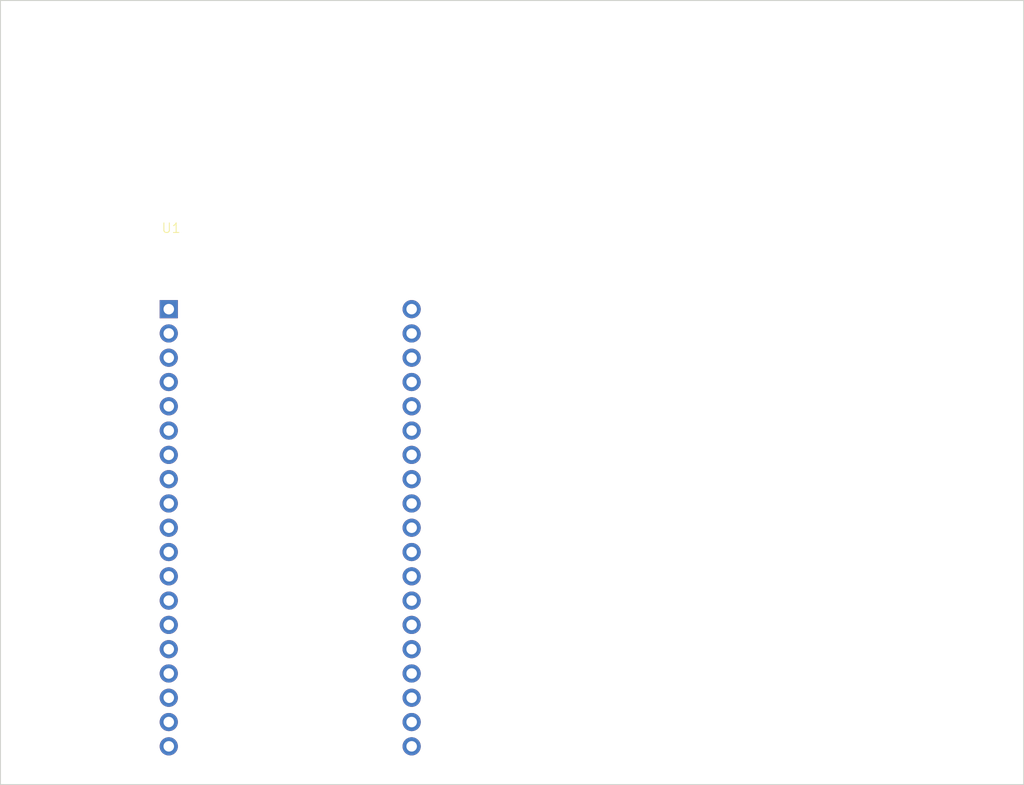
<source format=kicad_pcb>
(kicad_pcb (version 20221018) (generator pcbnew)
  (layers (0 "F.Cu" signal) (31 "B.Cu" signal) (34 "B.Paste" user) (35 "F.Paste" user) (36 "B.SilkS" user "B.Silkscreen") (37 "F.SilkS" user "F.Silkscreen") (38 "B.Mask" user) (39 "F.Mask" user) (44 "Edge.Cuts" user))
  (net 0 "")
  (footprint "taggsystem_library:ESP32-DEVKITC32E" (layer "F.Cu") (at 144.6 76.28)
    (fp_text reference "U1" (at 0.249622 -8.477414 unlocked) (layer "F.SilkS") (effects (font (thickness 0.1))))
    (fp_text value "ESP32-DevKitC-32E")
    (pad "1A" thru_hole rect (at 0 0) (size 1.9 1.9) (drill 1.1) (layers "*.Cu" "*.Mask"))
    (pad "1B" thru_hole circle (at 25.4 0) (size 1.9 1.9) (drill 1.1) (layers "*.Cu" "*.Mask"))
    (pad "2A" thru_hole circle (at 0 2.54) (size 1.9 1.9) (drill 1.1) (layers "*.Cu" "*.Mask"))
    (pad "2B" thru_hole circle (at 25.4 2.54) (size 1.9 1.9) (drill 1.1) (layers "*.Cu" "*.Mask"))
    (pad "3A" thru_hole circle (at 0 5.08) (size 1.9 1.9) (drill 1.1) (layers "*.Cu" "*.Mask"))
    (pad "3B" thru_hole circle (at 25.4 5.08) (size 1.9 1.9) (drill 1.1) (layers "*.Cu" "*.Mask"))
    (pad "4A" thru_hole circle (at 0 7.62) (size 1.9 1.9) (drill 1.1) (layers "*.Cu" "*.Mask"))
    (pad "4B" thru_hole circle (at 25.4 7.62) (size 1.9 1.9) (drill 1.1) (layers "*.Cu" "*.Mask"))
    (pad "5A" thru_hole circle (at 0 10.16) (size 1.9 1.9) (drill 1.1) (layers "*.Cu" "*.Mask"))
    (pad "5B" thru_hole circle (at 25.4 10.16) (size 1.9 1.9) (drill 1.1) (layers "*.Cu" "*.Mask"))
    (pad "6A" thru_hole circle (at 0 12.7) (size 1.9 1.9) (drill 1.1) (layers "*.Cu" "*.Mask"))
    (pad "6B" thru_hole circle (at 25.4 12.7) (size 1.9 1.9) (drill 1.1) (layers "*.Cu" "*.Mask"))
    (pad "7A" thru_hole circle (at 0 15.24) (size 1.9 1.9) (drill 1.1) (layers "*.Cu" "*.Mask"))
    (pad "7B" thru_hole circle (at 25.4 15.24) (size 1.9 1.9) (drill 1.1) (layers "*.Cu" "*.Mask"))
    (pad "8A" thru_hole circle (at 0 17.78) (size 1.9 1.9) (drill 1.1) (layers "*.Cu" "*.Mask"))
    (pad "8B" thru_hole circle (at 25.4 17.78) (size 1.9 1.9) (drill 1.1) (layers "*.Cu" "*.Mask"))
    (pad "9A" thru_hole circle (at 0 20.32) (size 1.9 1.9) (drill 1.1) (layers "*.Cu" "*.Mask"))
    (pad "9B" thru_hole circle (at 25.4 20.32) (size 1.9 1.9) (drill 1.1) (layers "*.Cu" "*.Mask"))
    (pad "10A" thru_hole circle (at 0 22.86) (size 1.9 1.9) (drill 1.1) (layers "*.Cu" "*.Mask"))
    (pad "10B" thru_hole circle (at 25.4 22.86) (size 1.9 1.9) (drill 1.1) (layers "*.Cu" "*.Mask"))
    (pad "11A" thru_hole circle (at 0 25.4) (size 1.9 1.9) (drill 1.1) (layers "*.Cu" "*.Mask"))
    (pad "11B" thru_hole circle (at 25.4 25.4) (size 1.9 1.9) (drill 1.1) (layers "*.Cu" "*.Mask"))
    (pad "12A" thru_hole circle (at 0 27.94) (size 1.9 1.9) (drill 1.1) (layers "*.Cu" "*.Mask"))
    (pad "12B" thru_hole circle (at 25.4 27.94) (size 1.9 1.9) (drill 1.1) (layers "*.Cu" "*.Mask"))
    (pad "13A" thru_hole circle (at 0 30.48) (size 1.9 1.9) (drill 1.1) (layers "*.Cu" "*.Mask"))
    (pad "13B" thru_hole circle (at 25.4 30.48) (size 1.9 1.9) (drill 1.1) (layers "*.Cu" "*.Mask"))
    (pad "14A" thru_hole circle (at 0 33.02) (size 1.9 1.9) (drill 1.1) (layers "*.Cu" "*.Mask"))
    (pad "14B" thru_hole circle (at 25.4 33.02) (size 1.9 1.9) (drill 1.1) (layers "*.Cu" "*.Mask"))
    (pad "15A" thru_hole circle (at 0 35.56) (size 1.9 1.9) (drill 1.1) (layers "*.Cu" "*.Mask"))
    (pad "15B" thru_hole circle (at 25.4 35.56) (size 1.9 1.9) (drill 1.1) (layers "*.Cu" "*.Mask"))
    (pad "16A" thru_hole circle (at 0 38.1) (size 1.9 1.9) (drill 1.1) (layers "*.Cu" "*.Mask"))
    (pad "16B" thru_hole circle (at 25.4 38.1) (size 1.9 1.9) (drill 1.1) (layers "*.Cu" "*.Mask"))
    (pad "17A" thru_hole circle (at 0 40.64) (size 1.9 1.9) (drill 1.1) (layers "*.Cu" "*.Mask"))
    (pad "17B" thru_hole circle (at 25.4 40.64) (size 1.9 1.9) (drill 1.1) (layers "*.Cu" "*.Mask"))
    (pad "18A" thru_hole circle (at 0 43.18) (size 1.9 1.9) (drill 1.1) (layers "*.Cu" "*.Mask"))
    (pad "18B" thru_hole circle (at 25.4 43.18) (size 1.9 1.9) (drill 1.1) (layers "*.Cu" "*.Mask"))
    (pad "19A" thru_hole circle (at 0 45.72) (size 1.9 1.9) (drill 1.1) (layers "*.Cu" "*.Mask"))
    (pad "19B" thru_hole circle (at 25.4 45.72) (size 1.9 1.9) (drill 1.1) (layers "*.Cu" "*.Mask"))
  )
  (gr_rect (start 127 44) (end 234 126) (stroke (width 0.1)) (fill none) (layer "Edge.Cuts"))
)
</source>
